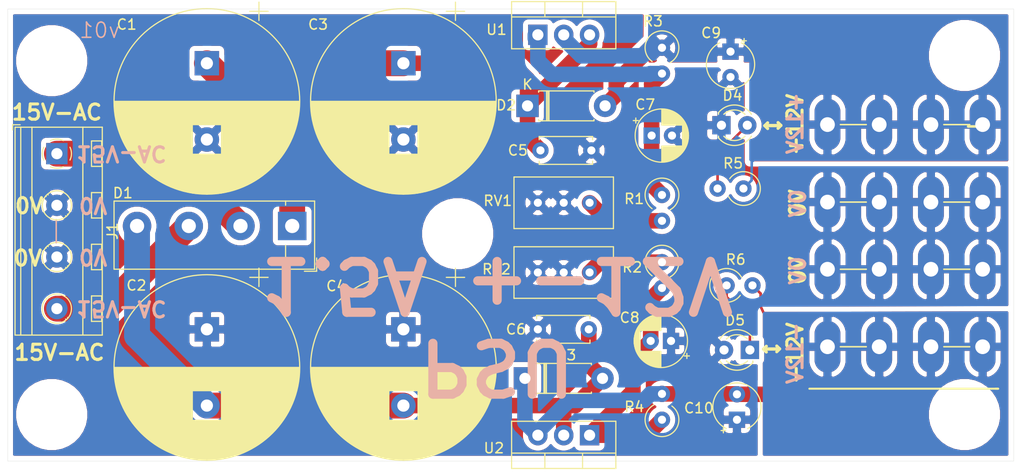
<source format=kicad_pcb>
(kicad_pcb (version 20171130) (host pcbnew "(5.1.4-0-10_14)")
  (title_block (title PSU) (date 2019-08-17) (rev v01) (company Matti))
  (layers (0 F.Cu power) (31 B.Cu power) (34 B.Paste user) (35 F.Paste user) (36 B.SilkS user) (37 F.SilkS user) (38 B.Mask user) (39 F.Mask user) (44 Edge.Cuts user))
  (net 0 "")
  (net 1 /GND)
  (net 2 "Net-(C7-Pad1)")
  (net 3 "Net-(C8-Pad2)")
  (net 4 /+12V)
  (net 5 /-12V)
  (net 6 "Net-(D1-Pad3)")
  (net 7 "Net-(D1-Pad2)")
  (net 8 "Net-(D4-Pad2)")
  (net 9 "Net-(D5-Pad1)")
  (net 10 "Net-(R1-Pad2)")
  (net 11 "Net-(R2-Pad1)")
  (net 12 /+V)
  (net 13 /-V)
  (module Diode_THT:D_DO-41_SOD81_P7.62mm_Horizontal (layer F.Cu) (at 126.238 118.872)
    (fp_text reference D3 (at 4.064 -2.286) (layer F.SilkS))
    (fp_text value 1N4007)
    (pad 2 thru_hole oval (at 7.62 0) (size 2.2 2.2) (drill 1.1) (layers *.Cu *.Mask) (net 13 /-V))
    (pad 1 thru_hole rect (at 0 0) (size 2.2 2.2) (drill 1.1) (layers *.Cu *.Mask) (net 5 /-12V))
  )
  (module Diode_THT:D_DO-41_SOD81_P7.62mm_Horizontal (layer F.Cu) (at 126.492 92.075)
    (fp_text reference D2 (at -2.0955 -0.0635) (layer F.SilkS))
    (fp_text value 1N4007)
    (fp_text user K (at 0 -2.1) (layer F.SilkS))
    (pad 2 thru_hole oval (at 7.62 0) (size 2.2 2.2) (drill 1.1) (layers *.Cu *.Mask) (net 4 /+12V))
    (pad 1 thru_hole rect (at 0 0) (size 2.2 2.2) (drill 1.1) (layers *.Cu *.Mask) (net 12 /+V))
  )
  (module Diode_THT:Diode_Bridge_Vishay_KBL (layer F.Cu) (at 103.378 103.886 180)
    (fp_text reference D1 (at 16.637 3.2385) (layer F.SilkS))
    (fp_text value KBL06-E4/51)
    (pad 1 thru_hole rect (at 0 0 180) (size 2.8 2.8) (drill 1.4) (layers *.Cu *.Mask) (net 12 /+V))
    (pad 2 thru_hole circle (at 5.08 0 180) (size 2.8 2.8) (drill 1.4) (layers *.Cu *.Mask) (net 7 "Net-(D1-Pad2)"))
    (pad 3 thru_hole circle (at 10.16 0 180) (size 2.8 2.8) (drill 1.4) (layers *.Cu *.Mask) (net 6 "Net-(D1-Pad3)"))
    (pad 4 thru_hole circle (at 15.24 0 180) (size 2.8 2.8) (drill 1.4) (layers *.Cu *.Mask) (net 13 /-V))
  )
  (module Potentiometer_THT:Potentiometer_Bourns_3296W_Vertical (layer F.Cu) (at 132.588 108.458)
    (fp_text reference RV2 (at -9.144 -0.3175) (layer F.SilkS))
    (fp_text value 100R)
    (pad 3 thru_hole circle (at -5.08 0) (size 1.44 1.44) (drill 0.8) (layers *.Cu *.Mask) (net 1 /GND))
    (pad 2 thru_hole circle (at -2.54 0) (size 1.44 1.44) (drill 0.8) (layers *.Cu *.Mask) (net 1 /GND))
    (pad 1 thru_hole circle (at 0 0) (size 1.44 1.44) (drill 0.8) (layers *.Cu *.Mask) (net 11 "Net-(R2-Pad1)"))
  )
  (module Connector:FASTON_6.35_mm (layer F.Cu) (at 168.656 101.5365 180)
    (fp_text reference >NAME hide)
    (fp_text value "" (at 0 0 180) (layer F.SilkS) (effects (font (size 1.27 1.27))))
    (pad 2 thru_hole oval (at 2.54 0 180) (size 2.54 5.08) (drill 1.45) (layers *.Cu *.Mask) (net 1 /GND))
    (pad 1 thru_hole oval (at -2.54 0 180) (size 2.54 5.08) (drill 1.45) (layers *.Cu *.Mask) (net 1 /GND))
  )
  (module Connector:FASTON_6.35_mm (layer F.Cu) (at 158.496 101.5365 180)
    (fp_text reference >NAME hide)
    (fp_text value "" (at 0 0 180) (layer F.SilkS) (effects (font (size 1.27 1.27))))
    (pad 2 thru_hole oval (at 2.54 0 180) (size 2.54 5.08) (drill 1.45) (layers *.Cu *.Mask) (net 1 /GND))
    (pad 1 thru_hole oval (at -2.54 0 180) (size 2.54 5.08) (drill 1.45) (layers *.Cu *.Mask) (net 1 /GND))
  )
  (module Connector:FASTON_6.35_mm (layer F.Cu) (at 168.656 108.1405 180)
    (fp_text reference >NAME hide)
    (fp_text value "" (at 0 0 180) (layer F.SilkS) (effects (font (size 1.27 1.27))))
    (pad 2 thru_hole oval (at 2.54 0 180) (size 2.54 5.08) (drill 1.45) (layers *.Cu *.Mask) (net 1 /GND))
    (pad 1 thru_hole oval (at -2.54 0 180) (size 2.54 5.08) (drill 1.45) (layers *.Cu *.Mask) (net 1 /GND))
  )
  (module Connector:FASTON_6.35_mm (layer F.Cu) (at 168.656 115.7605 180)
    (fp_text reference >NAME hide)
    (fp_text value "" (at 0 0 180) (layer F.SilkS) (effects (font (size 1.27 1.27))))
    (pad 2 thru_hole oval (at 2.54 0 180) (size 2.54 5.08) (drill 1.45) (layers *.Cu *.Mask) (net 5 /-12V))
    (pad 1 thru_hole oval (at -2.54 0 180) (size 2.54 5.08) (drill 1.45) (layers *.Cu *.Mask) (net 5 /-12V))
  )
  (module Connector:FASTON_6.35_mm (layer F.Cu) (at 158.496 108.1405 180)
    (fp_text reference >NAME hide)
    (fp_text value "" (at 0 0 180) (layer F.SilkS) (effects (font (size 1.27 1.27))))
    (pad 2 thru_hole oval (at 2.54 0 180) (size 2.54 5.08) (drill 1.45) (layers *.Cu *.Mask) (net 1 /GND))
    (pad 1 thru_hole oval (at -2.54 0 180) (size 2.54 5.08) (drill 1.45) (layers *.Cu *.Mask) (net 1 /GND))
  )
  (module Connector:FASTON_6.35_mm (layer F.Cu) (at 158.496 115.7605 180)
    (fp_text reference >NAME hide)
    (fp_text value "" (at 0 0 180) (layer F.SilkS) (effects (font (size 1.27 1.27))))
    (pad 2 thru_hole oval (at 2.54 0 180) (size 2.54 5.08) (drill 1.45) (layers *.Cu *.Mask) (net 5 /-12V))
    (pad 1 thru_hole oval (at -2.54 0 180) (size 2.54 5.08) (drill 1.45) (layers *.Cu *.Mask) (net 5 /-12V))
  )
  (module Connector:FASTON_6.35_mm (layer F.Cu) (at 168.656 93.9165 180)
    (fp_text reference >NAME hide)
    (fp_text value "" (at 0 0 180) (layer F.SilkS) (effects (font (size 1.27 1.27))))
    (pad 2 thru_hole oval (at 2.54 0 180) (size 2.54 5.08) (drill 1.45) (layers *.Cu *.Mask) (net 4 /+12V))
    (pad 1 thru_hole oval (at -2.54 0 180) (size 2.54 5.08) (drill 1.45) (layers *.Cu *.Mask) (net 4 /+12V))
  )
  (module Connector:FASTON_6.35_mm (layer F.Cu) (at 158.496 93.9165 180)
    (fp_text reference >NAME hide)
    (fp_text value "" (at 0 0 180) (layer F.SilkS) (effects (font (size 1.27 1.27))))
    (pad 2 thru_hole oval (at 2.54 0 180) (size 2.54 5.08) (drill 1.45) (layers *.Cu *.Mask) (net 4 /+12V))
    (pad 1 thru_hole oval (at -2.54 0 180) (size 2.54 5.08) (drill 1.45) (layers *.Cu *.Mask) (net 4 /+12V))
  )
  (module TerminalBlock_RND:TerminalBlock_RND_205-00234_1x04_P5.08mm_Horizontal (layer F.Cu) (at 80.264 96.774 270)
    (fp_text reference J1 (at 7.62 -5.46 270) (layer F.SilkS))
    (fp_text value Screw_Terminal_01x04)
    (pad 4 thru_hole circle (at 15.24 0 270) (size 2.1 2.1) (drill 1.1) (layers *.Cu *.Mask) (net 6 "Net-(D1-Pad3)"))
    (pad 3 thru_hole circle (at 10.16 0 270) (size 2.1 2.1) (drill 1.1) (layers *.Cu *.Mask) (net 1 /GND))
    (pad 2 thru_hole circle (at 5.08 0 270) (size 2.1 2.1) (drill 1.1) (layers *.Cu *.Mask) (net 1 /GND))
    (pad 1 thru_hole rect (at 0 0 270) (size 2.1 2.1) (drill 1.1) (layers *.Cu *.Mask) (net 7 "Net-(D1-Pad2)"))
  )
  (module Resistor_THT:R_Axial_DIN0309_L9.0mm_D3.2mm_P2.54mm_Vertical (layer F.Cu) (at 147.701 100.203 180)
    (fp_text reference R5 (at 1.016 2.4765 180) (layer F.SilkS))
    (fp_text value 2K)
    (pad 2 thru_hole oval (at 2.54 0 180) (size 1.6 1.6) (drill 0.8) (layers *.Cu *.Mask) (net 8 "Net-(D4-Pad2)"))
    (pad 1 thru_hole circle (at 0 0 180) (size 1.6 1.6) (drill 0.8) (layers *.Cu *.Mask) (net 4 /+12V))
  )
  (module Resistor_THT:R_Axial_DIN0309_L9.0mm_D3.2mm_P2.54mm_Vertical (layer F.Cu) (at 139.7 100.838 270)
    (fp_text reference R1 (at 0.381 2.7305) (layer F.SilkS))
    (fp_text value 2K)
    (pad 2 thru_hole oval (at 2.54 0 270) (size 1.6 1.6) (drill 0.8) (layers *.Cu *.Mask) (net 10 "Net-(R1-Pad2)"))
    (pad 1 thru_hole circle (at 0 0 270) (size 1.6 1.6) (drill 0.8) (layers *.Cu *.Mask) (net 2 "Net-(C7-Pad1)"))
  )
  (module Resistor_THT:R_Axial_DIN0309_L9.0mm_D3.2mm_P2.54mm_Vertical (layer F.Cu) (at 139.7 107.442 270)
    (fp_text reference R2 (at 0.508 2.921) (layer F.SilkS))
    (fp_text value 2K)
    (pad 2 thru_hole oval (at 2.54 0 270) (size 1.6 1.6) (drill 0.8) (layers *.Cu *.Mask) (net 3 "Net-(C8-Pad2)"))
    (pad 1 thru_hole circle (at 0 0 270) (size 1.6 1.6) (drill 0.8) (layers *.Cu *.Mask) (net 11 "Net-(R2-Pad1)"))
  )
  (module Resistor_THT:R_Axial_DIN0309_L9.0mm_D3.2mm_P2.54mm_Vertical (layer F.Cu) (at 146.05 109.728)
    (fp_text reference R6 (at 0.889 -2.54) (layer F.SilkS))
    (fp_text value 2K)
    (pad 2 thru_hole oval (at 2.54 0) (size 1.6 1.6) (drill 0.8) (layers *.Cu *.Mask) (net 5 /-12V))
    (pad 1 thru_hole circle (at 0 0) (size 1.6 1.6) (drill 0.8) (layers *.Cu *.Mask) (net 9 "Net-(D5-Pad1)"))
  )
  (module Resistor_THT:R_Axial_DIN0309_L9.0mm_D3.2mm_P2.54mm_Vertical (layer F.Cu) (at 139.7 86.36 270)
    (fp_text reference R3 (at -2.6035 0.889) (layer F.SilkS))
    (fp_text value 240R)
    (pad 2 thru_hole oval (at 2.54 0 270) (size 1.6 1.6) (drill 0.8) (layers *.Cu *.Mask) (net 2 "Net-(C7-Pad1)"))
    (pad 1 thru_hole circle (at 0 0 270) (size 1.6 1.6) (drill 0.8) (layers *.Cu *.Mask) (net 4 /+12V))
  )
  (module Resistor_THT:R_Axial_DIN0309_L9.0mm_D3.2mm_P2.54mm_Vertical (layer F.Cu) (at 139.7 122.936 90)
    (fp_text reference R4 (at 1.27 -2.72 180) (layer F.SilkS))
    (fp_text value 240R)
    (pad 2 thru_hole oval (at 2.54 0 90) (size 1.6 1.6) (drill 0.8) (layers *.Cu *.Mask) (net 5 /-12V))
    (pad 1 thru_hole circle (at 0 0 90) (size 1.6 1.6) (drill 0.8) (layers *.Cu *.Mask) (net 3 "Net-(C8-Pad2)"))
  )
  (module MountingHole:MountingHole_3mm (layer F.Cu) (at 169.418 87.122)
    (fp_text reference REF** hide)
    (fp_text value MountingHole_3mm)
    (pad 1 np_thru_hole circle (at 0 0) (size 3 3) (drill 3) (layers *.Cu *.Mask))
  )
  (module MountingHole:MountingHole_3mm (layer F.Cu) (at 169.418 122.428)
    (fp_text reference REF** hide)
    (fp_text value MountingHole_3mm)
    (pad 1 np_thru_hole circle (at 0 0) (size 3 3) (drill 3) (layers *.Cu *.Mask))
  )
  (module MountingHole:MountingHole_3mm (layer F.Cu) (at 119.634 104.648)
    (fp_text reference REF** hide)
    (fp_text value MountingHole_3mm)
    (pad 1 np_thru_hole circle (at 0 0) (size 3 3) (drill 3) (layers *.Cu *.Mask))
  )
  (module MountingHole:MountingHole_3mm (layer F.Cu) (at 79.756 87.63)
    (fp_text reference REF** hide)
    (fp_text value MountingHole_3mm)
    (pad "" np_thru_hole circle (at 0 0) (size 3 3) (drill 3) (layers *.Cu *.Mask))
  )
  (module Capacitor_THT:CP_Radial_D18.0mm_P7.50mm (layer F.Cu) (at 94.996 87.884 270)
    (fp_text reference C1 (at -3.81 7.874) (layer F.SilkS))
    (fp_text value "4700uF 35V")
    (pad 1 thru_hole rect (at 0 0 270) (size 2.4 2.4) (drill 1.2) (layers *.Cu *.Mask) (net 12 /+V))
    (pad 2 thru_hole circle (at 7.5 0 270) (size 2.4 2.4) (drill 1.2) (layers *.Cu *.Mask) (net 1 /GND))
  )
  (module Capacitor_THT:CP_Radial_D18.0mm_P7.50mm (layer F.Cu) (at 94.996 114.046 270)
    (fp_text reference C2 (at -4.318 6.9215) (layer F.SilkS))
    (fp_text value "4700uF 35V")
    (pad 1 thru_hole rect (at 0 0 270) (size 2.4 2.4) (drill 1.2) (layers *.Cu *.Mask) (net 1 /GND))
    (pad 2 thru_hole circle (at 7.5 0 270) (size 2.4 2.4) (drill 1.2) (layers *.Cu *.Mask) (net 13 /-V))
  )
  (module Capacitor_THT:CP_Radial_D18.0mm_P7.50mm (layer F.Cu) (at 114.3 87.884 270)
    (fp_text reference C3 (at -3.81 8.382) (layer F.SilkS))
    (fp_text value "4700uF 35V")
    (pad 2 thru_hole circle (at 7.5 0 270) (size 2.4 2.4) (drill 1.2) (layers *.Cu *.Mask) (net 1 /GND))
    (pad 1 thru_hole rect (at 0 0 270) (size 2.4 2.4) (drill 1.2) (layers *.Cu *.Mask) (net 12 /+V))
  )
  (module Capacitor_THT:CP_Radial_D18.0mm_P7.50mm (layer F.Cu) (at 114.3 114.046 270)
    (fp_text reference C4 (at -4.2545 6.604) (layer F.SilkS))
    (fp_text value "4700uF 35V")
    (pad 2 thru_hole circle (at 7.5 0 270) (size 2.4 2.4) (drill 1.2) (layers *.Cu *.Mask) (net 13 /-V))
    (pad 1 thru_hole rect (at 0 0 270) (size 2.4 2.4) (drill 1.2) (layers *.Cu *.Mask) (net 1 /GND))
  )
  (module Capacitor_THT:C_Disc_D5.0mm_W2.5mm_P5.00mm (layer F.Cu) (at 127.762 96.4565)
    (fp_text reference C5 (at -2.2225 0) (layer F.SilkS))
    (fp_text value 100nF)
    (pad 1 thru_hole circle (at 0 0) (size 1.6 1.6) (drill 0.8) (layers *.Cu *.Mask) (net 12 /+V))
    (pad 2 thru_hole circle (at 5 0) (size 1.6 1.6) (drill 0.8) (layers *.Cu *.Mask) (net 1 /GND))
  )
  (module Capacitor_THT:C_Disc_D5.0mm_W2.5mm_P5.00mm (layer F.Cu) (at 127.508 114.046)
    (fp_text reference C6 (at -2.159 0) (layer F.SilkS))
    (fp_text value 100nF)
    (pad 2 thru_hole circle (at 5 0) (size 1.6 1.6) (drill 0.8) (layers *.Cu *.Mask) (net 13 /-V))
    (pad 1 thru_hole circle (at 0 0) (size 1.6 1.6) (drill 0.8) (layers *.Cu *.Mask) (net 1 /GND))
  )
  (module Capacitor_THT:CP_Radial_D5.0mm_P2.00mm (layer F.Cu) (at 138.684 94.996)
    (fp_text reference C7 (at -0.635 -3.048) (layer F.SilkS))
    (fp_text value "10uF 25V")
    (pad 2 thru_hole circle (at 2 0) (size 1.6 1.6) (drill 0.8) (layers *.Cu *.Mask) (net 1 /GND))
    (pad 1 thru_hole rect (at 0 0) (size 1.6 1.6) (drill 0.8) (layers *.Cu *.Mask) (net 2 "Net-(C7-Pad1)"))
  )
  (module Capacitor_THT:CP_Radial_D5.0mm_P2.00mm (layer F.Cu) (at 140.589 115.189 180)
    (fp_text reference C8 (at 4.064 2.286 180) (layer F.SilkS))
    (fp_text value "10uF 25V")
    (pad 1 thru_hole rect (at 0 0 180) (size 1.6 1.6) (drill 0.8) (layers *.Cu *.Mask) (net 1 /GND))
    (pad 2 thru_hole circle (at 2 0 180) (size 1.6 1.6) (drill 0.8) (layers *.Cu *.Mask) (net 3 "Net-(C8-Pad2)"))
  )
  (module Capacitor_THT:CP_Radial_Tantal_D4.5mm_P2.50mm (layer F.Cu) (at 146.431 86.741 270)
    (fp_text reference C9 (at -1.8415 1.905) (layer F.SilkS))
    (fp_text value "1uF Tantal")
    (pad 1 thru_hole rect (at 0 0 270) (size 1.6 1.6) (drill 0.8) (layers *.Cu *.Mask) (net 4 /+12V))
    (pad 2 thru_hole circle (at 2.5 0 270) (size 1.6 1.6) (drill 0.8) (layers *.Cu *.Mask) (net 1 /GND))
  )
  (module Capacitor_THT:CP_Radial_Tantal_D4.5mm_P2.50mm (layer F.Cu) (at 147.066 122.936 90)
    (fp_text reference C10 (at 1.143 -3.7465 180) (layer F.SilkS))
    (fp_text value "1uF Tantal")
    (pad 2 thru_hole circle (at 2.5 0 90) (size 1.6 1.6) (drill 0.8) (layers *.Cu *.Mask) (net 5 /-12V))
    (pad 1 thru_hole rect (at 0 0 90) (size 1.6 1.6) (drill 0.8) (layers *.Cu *.Mask) (net 1 /GND))
  )
  (module LED_THT:LED_D3.0mm (layer F.Cu) (at 145.542 93.98)
    (fp_text reference D4 (at 1.0795 -2.921) (layer F.SilkS))
    (fp_text value "Red 3mm")
    (pad 1 thru_hole rect (at 0 0) (size 1.8 1.8) (drill 0.9) (layers *.Cu *.Mask) (net 1 /GND))
    (pad 2 thru_hole circle (at 2.54 0) (size 1.8 1.8) (drill 0.9) (layers *.Cu *.Mask) (net 8 "Net-(D4-Pad2)"))
  )
  (module LED_THT:LED_D3.0mm (layer F.Cu) (at 148.336 116.078 180)
    (fp_text reference D5 (at 1.4605 2.921 180) (layer F.SilkS))
    (fp_text value "Red 3mm")
    (pad 1 thru_hole rect (at 0 0 180) (size 1.8 1.8) (drill 0.9) (layers *.Cu *.Mask) (net 9 "Net-(D5-Pad1)"))
    (pad 2 thru_hole circle (at 2.54 0 180) (size 1.8 1.8) (drill 0.9) (layers *.Cu *.Mask) (net 1 /GND))
  )
  (module Potentiometer_THT:Potentiometer_Bourns_3296W_Vertical (layer F.Cu) (at 132.588 101.6)
    (fp_text reference RV1 (at -9.017 -0.1905) (layer F.SilkS))
    (fp_text value 100R)
    (pad 1 thru_hole circle (at 0 0) (size 1.44 1.44) (drill 0.8) (layers *.Cu *.Mask) (net 10 "Net-(R1-Pad2)"))
    (pad 2 thru_hole circle (at -2.54 0) (size 1.44 1.44) (drill 0.8) (layers *.Cu *.Mask) (net 1 /GND))
    (pad 3 thru_hole circle (at -5.08 0) (size 1.44 1.44) (drill 0.8) (layers *.Cu *.Mask) (net 1 /GND))
  )
  (module Package_TO_SOT_THT:TO-220-3_Vertical (layer F.Cu) (at 127.508 85.09)
    (fp_text reference U1 (at -4.064 -0.508) (layer F.SilkS))
    (fp_text value LM317_3PinPackage)
    (pad 1 thru_hole rect (at 0 0) (size 1.905 2) (drill 1.1) (layers *.Cu *.Mask) (net 2 "Net-(C7-Pad1)"))
    (pad 2 thru_hole oval (at 2.54 0) (size 1.905 2) (drill 1.1) (layers *.Cu *.Mask) (net 4 /+12V))
    (pad 3 thru_hole oval (at 5.08 0) (size 1.905 2) (drill 1.1) (layers *.Cu *.Mask) (net 12 /+V))
  )
  (module Package_TO_SOT_THT:TO-220-3_Vertical (layer F.Cu) (at 132.588 124.46 180)
    (fp_text reference U2 (at 9.398 -1.27 180) (layer F.SilkS))
    (fp_text value LM337_TO220)
    (pad 3 thru_hole oval (at 5.08 0 180) (size 1.905 2) (drill 1.1) (layers *.Cu *.Mask) (net 5 /-12V))
    (pad 2 thru_hole oval (at 2.54 0 180) (size 1.905 2) (drill 1.1) (layers *.Cu *.Mask) (net 13 /-V))
    (pad 1 thru_hole rect (at 0 0 180) (size 1.905 2) (drill 1.1) (layers *.Cu *.Mask) (net 3 "Net-(C8-Pad2)"))
  )
  (module MountingHole:MountingHole_3mm (layer F.Cu) (at 79.756 122.428)
    (fp_text reference REF** hide)
    (fp_text value MountingHole_3mm)
    (pad 1 np_thru_hole circle (at 0 0) (size 3 3) (drill 3) (layers *.Cu *.Mask))
  )
  (gr_line (start 80.2005 103.378) (end 80.2005 105.537) (layer B.SilkS) (width 0.15))
  (gr_line (start 80.2005 103.251) (end 80.2005 105.41) (layer F.SilkS) (width 0.15))
  (gr_text 0V (at 77.4065 107.061) (layer F.SilkS) (effects (font (size 1.5 1.5) (thickness 0.3))))
  (gr_text 0V (at 77.5335 101.9175) (layer F.SilkS) (effects (font (size 1.5 1.5) (thickness 0.3))))
  (gr_text v01 (at 84.455 84.6455) (layer B.SilkS) (effects (font (size 1.5 1.5)) (justify mirror)))
  (gr_text ← (at 150.241 115.8875) (layer F.SilkS) (effects (font (size 1.5 1.5) (thickness 0.3))))
  (gr_text ← (at 150.6855 116.078 180) (layer F.SilkS) (effects (font (size 1.5 1.5) (thickness 0.3))))
  (gr_text ← (at 150.8125 94.107 180) (layer F.SilkS) (effects (font (size 1.5 1.5) (thickness 0.3))))
  (gr_text ← (at 150.368 93.9165) (layer F.SilkS) (effects (font (size 1.5 1.5) (thickness 0.3))))
  (gr_text —> (at 170.815 93.98) (layer F.SilkS) (effects (font (size 1 1) (thickness 0.25))))
  (gr_text +12V (at 152.781 93.7895 90) (layer B.SilkS) (effects (font (size 1.5 1.5) (thickness 0.3)) (justify mirror)))
  (gr_text 0V (at 153.035 101.6635 90) (layer B.SilkS) (effects (font (size 1.5 1.5) (thickness 0.3)) (justify mirror)))
  (gr_text 0V (at 153.035 108.2675 90) (layer B.SilkS) (effects (font (size 1.5 1.5) (thickness 0.3)) (justify mirror)))
  (gr_text -12V (at 152.781 116.3955 90) (layer B.SilkS) (effects (font (size 1.5 1.5) (thickness 0.3)) (justify mirror)))
  (gr_text 0V (at 153.035 101.6635 90) (layer F.SilkS) (effects (font (size 1.5 1.5) (thickness 0.3))))
  (gr_text 0V (at 153.035 108.2675 90) (layer F.SilkS) (effects (font (size 1.5 1.5) (thickness 0.3))))
  (gr_text +12V (at 152.781 93.9165 90) (layer F.SilkS) (effects (font (size 1.5 1.5) (thickness 0.3))))
  (gr_text -12V (at 152.781 116.3955 90) (layer F.SilkS) (effects (font (size 1.5 1.5) (thickness 0.3))))
  (gr_line (start 172.72 119.888) (end 172.466 119.888) (layer F.SilkS) (width 0.2))
  (gr_line (start 154.178 119.888) (end 172.72 119.888) (layer F.SilkS) (width 0.2))
  (gr_text 15V-AC (at 86.614 112.014 180) (layer B.SilkS) (effects (font (size 1.5 1.5) (thickness 0.3)) (justify mirror)))
  (gr_text 15V-AC (at 86.614 96.774 180) (layer B.SilkS) (effects (font (size 1.5 1.5) (thickness 0.3)) (justify mirror)))
  (gr_text 0V (at 83.82 106.934 180) (layer B.SilkS) (effects (font (size 1.5 1.5) (thickness 0.3)) (justify mirror)))
  (gr_text "PSU\n1.5A +-12V" (at 123.5075 113.665 180) (layer B.SilkS) (effects (font (size 5 5) (thickness 0.9)) (justify mirror)))
  (gr_text 15V-AC (at 80.518 116.332) (layer F.SilkS) (effects (font (size 1.5 1.5) (thickness 0.3))))
  (gr_text 0V (at 83.82 101.854 180) (layer B.SilkS) (effects (font (size 1.5 1.5) (thickness 0.3)) (justify mirror)))
  (gr_text 15V-AC (at 80.264 92.71) (layer F.SilkS) (effects (font (size 1.5 1.5) (thickness 0.3))))
  (gr_line (start 174.244 82.55) (end 75.438 82.55) (layer Edge.Cuts) (width 0.0254))
  (gr_line (start 174.244 127) (end 174.244 82.55) (layer Edge.Cuts) (width 0.0254))
  (gr_line (start 75.438 127) (end 174.244 127) (layer Edge.Cuts) (width 0.0254))
  (gr_line (start 75.438 82.55) (end 75.438 127) (layer Edge.Cuts) (width 0.0254))
  (segment (start 127.254 85.09) (end 127.254 85.446447) (width 1.524) (layer B.Cu) (net 2))
  (segment (start 138.684 89.916) (end 138.684 94.996) (width 1.524) (layer F.Cu) (net 2))
  (segment (start 139.7 88.9) (end 138.684 89.916) (width 1.524) (layer F.Cu) (net 2))
  (segment (start 138.684 99.822) (end 139.7 100.838) (width 1.524) (layer F.Cu) (net 2))
  (segment (start 138.684 94.996) (end 138.684 99.822) (width 1.524) (layer F.Cu) (net 2))
  (segment (start 138.49261 88.97602) (end 138.56863 88.9) (width 1.524) (layer B.Cu) (net 2))
  (segment (start 138.56863 88.9) (end 139.7 88.9) (width 1.524) (layer B.Cu) (net 2))
  (segment (start 128.87002 88.97602) (end 138.49261 88.97602) (width 1.524) (layer B.Cu) (net 2))
  (segment (start 127.508 87.614) (end 128.87002 88.97602) (width 1.524) (layer B.Cu) (net 2))
  (segment (start 127.508 85.09) (end 127.508 87.614) (width 1.524) (layer B.Cu) (net 2))
  (segment (start 138.176 124.46) (end 139.7 122.936) (width 1.524) (layer F.Cu) (net 3))
  (segment (start 132.588 124.46) (end 138.176 124.46) (width 1.524) (layer F.Cu) (net 3))
  (segment (start 132.588 124.4125) (end 136.8425 120.158) (width 1.524) (layer F.Cu) (net 3))
  (segment (start 132.588 124.46) (end 132.588 124.4125) (width 1.524) (layer F.Cu) (net 3))
  (segment (start 136.8425 116.9355) (end 138.589 115.189) (width 1.524) (layer F.Cu) (net 3))
  (segment (start 136.8425 120.158) (end 136.8425 116.9355) (width 1.524) (layer F.Cu) (net 3))
  (segment (start 138.589 111.093) (end 139.7 109.982) (width 1.524) (layer F.Cu) (net 3))
  (segment (start 138.589 115.189) (end 138.589 111.093) (width 1.524) (layer F.Cu) (net 3))
  (segment (start 138.56863 86.36) (end 139.7 86.36) (width 1.524) (layer B.Cu) (net 4))
  (segment (start 137.77662 87.15201) (end 138.56863 86.36) (width 1.524) (layer B.Cu) (net 4))
  (segment (start 130.048 85.446447) (end 131.753563 87.15201) (width 1.524) (layer B.Cu) (net 4))
  (segment (start 130.048 85.09) (end 130.048 85.446447) (width 1.524) (layer B.Cu) (net 4))
  (segment (start 138.56863 86.36) (end 139.7 86.36) (width 1.524) (layer F.Cu) (net 4))
  (segment (start 135.211999 90.975001) (end 135.211999 89.716631) (width 1.524) (layer F.Cu) (net 4))
  (segment (start 135.211999 89.716631) (end 138.56863 86.36) (width 1.524) (layer F.Cu) (net 4))
  (segment (start 134.112 92.075) (end 135.211999 90.975001) (width 1.524) (layer F.Cu) (net 4))
  (segment (start 131.753563 87.15201) (end 137.77662 87.15201) (width 1.524) (layer B.Cu) (net 4))
  (segment (start 148.5265 97.0915) (end 148.6535 97.4725) (width 0.254) (layer B.Cu) (net 4))
  (segment (start 148.500999 99.403001) (end 148.5265 97.0915) (width 0.254) (layer B.Cu) (net 4))
  (segment (start 147.701 100.203) (end 148.500999 99.403001) (width 0.254) (layer B.Cu) (net 4))
  (segment (start 147.026 120.396) (end 147.066 120.436) (width 1.524) (layer F.Cu) (net 5))
  (segment (start 139.7 120.396) (end 147.026 120.396) (width 1.524) (layer F.Cu) (net 5))
  (segment (start 126.238 123.19) (end 127.508 124.46) (width 1.524) (layer B.Cu) (net 5))
  (segment (start 126.238 118.872) (end 126.238 123.19) (width 1.524) (layer B.Cu) (net 5))
  (segment (start 138.56863 120.396) (end 139.7 120.396) (width 1.524) (layer B.Cu) (net 5))
  (segment (start 130.577552 121.034001) (end 137.930629 121.034001) (width 1.524) (layer B.Cu) (net 5))
  (segment (start 137.930629 121.034001) (end 138.56863 120.396) (width 1.524) (layer B.Cu) (net 5))
  (segment (start 127.508 124.103553) (end 130.577552 121.034001) (width 1.524) (layer B.Cu) (net 5))
  (segment (start 127.508 124.46) (end 127.508 124.103553) (width 1.524) (layer B.Cu) (net 5))
  (segment (start 147.066 120.436) (end 150.201 120.436) (width 1.524) (layer F.Cu) (net 5))
  (segment (start 149.389999 111.797999) (end 149.6695 112.395) (width 0.254) (layer F.Cu) (net 5))
  (segment (start 149.389999 110.527999) (end 149.389999 111.797999) (width 0.254) (layer F.Cu) (net 5))
  (segment (start 148.59 109.728) (end 149.389999 110.527999) (width 0.254) (layer F.Cu) (net 5))
  (segment (start 85.09 112.014) (end 93.218 103.886) (width 2.54) (layer F.Cu) (net 6))
  (segment (start 80.264 112.014) (end 85.09 112.014) (width 2.54) (layer F.Cu) (net 6))
  (segment (start 80.264 96.774) (end 84.074 96.774) (width 2.54) (layer F.Cu) (net 7))
  (segment (start 84.074 96.774) (end 85.852 98.552) (width 2.54) (layer F.Cu) (net 7))
  (segment (start 92.964 98.552) (end 98.298 103.886) (width 2.54) (layer F.Cu) (net 7))
  (segment (start 85.852 98.552) (end 92.964 98.552) (width 2.54) (layer F.Cu) (net 7))
  (segment (start 145.161 96.901) (end 145.161 100.203) (width 0.254) (layer F.Cu) (net 8))
  (segment (start 148.082 93.98) (end 145.161 96.901) (width 0.254) (layer F.Cu) (net 8))
  (segment (start 146.05 110.85937) (end 148.336 113.14537) (width 0.254) (layer F.Cu) (net 9))
  (segment (start 146.05 109.728) (end 146.05 110.85937) (width 0.254) (layer F.Cu) (net 9))
  (segment (start 148.336 113.14537) (end 148.336 116.078) (width 0.254) (layer F.Cu) (net 9))
  (segment (start 134.366 103.378) (end 139.7 103.378) (width 1.524) (layer F.Cu) (net 10))
  (segment (start 132.588 101.6) (end 134.366 103.378) (width 1.524) (layer F.Cu) (net 10))
  (segment (start 133.604 107.442) (end 139.7 107.442) (width 1.524) (layer F.Cu) (net 11))
  (segment (start 132.588 108.458) (end 133.604 107.442) (width 1.524) (layer F.Cu) (net 11))
  (segment (start 103.378 96.266) (end 94.996 87.884) (width 2.54) (layer F.Cu) (net 12))
  (segment (start 103.378 103.886) (end 103.378 96.266) (width 2.54) (layer F.Cu) (net 12))
  (segment (start 110.56 87.884) (end 114.3 87.884) (width 2.54) (layer F.Cu) (net 12))
  (segment (start 103.378 95.066) (end 110.56 87.884) (width 2.54) (layer F.Cu) (net 12))
  (segment (start 103.378 96.266) (end 103.378 95.066) (width 2.54) (layer F.Cu) (net 12))
  (segment (start 126.492 89.451) (end 126.492 92.075) (width 1.524) (layer F.Cu) (net 12))
  (segment (start 124.925 87.884) (end 126.492 89.451) (width 1.524) (layer F.Cu) (net 12))
  (segment (start 114.3 87.884) (end 124.925 87.884) (width 1.524) (layer F.Cu) (net 12))
  (segment (start 132.588 85.979) (end 132.588 85.09) (width 1.524) (layer F.Cu) (net 12))
  (segment (start 126.492 92.075) (end 132.588 85.979) (width 1.524) (layer F.Cu) (net 12))
  (segment (start 126.492 95.1865) (end 127.762 96.4565) (width 1.524) (layer F.Cu) (net 12))
  (segment (start 126.492 92.075) (end 126.492 95.1865) (width 1.524) (layer F.Cu) (net 12))
  (segment (start 94.996 121.546) (end 114.3 121.546) (width 2.54) (layer F.Cu) (net 13))
  (segment (start 88.138 114.688) (end 94.996 121.546) (width 2.54) (layer B.Cu) (net 13))
  (segment (start 88.138 103.886) (end 88.138 114.688) (width 2.54) (layer B.Cu) (net 13))
  (segment (start 130.048 121.936) (end 130.048 124.46) (width 1.524) (layer F.Cu) (net 13))
  (segment (start 129.658 121.546) (end 130.048 121.936) (width 1.524) (layer F.Cu) (net 13))
  (segment (start 114.3 121.546) (end 129.658 121.546) (width 1.524) (layer F.Cu) (net 13))
  (segment (start 131.184 121.546) (end 129.658 121.546) (width 1.524) (layer F.Cu) (net 13))
  (segment (start 133.858 118.872) (end 131.184 121.546) (width 1.524) (layer F.Cu) (net 13))
  (segment (start 132.508 117.522) (end 133.858 118.872) (width 1.524) (layer F.Cu) (net 13))
  (segment (start 132.508 114.046) (end 132.508 117.522) (width 1.524) (layer F.Cu) (net 13))
  (zone (net 1) (net_name /GND) (layer F.Cu) (priority 1) (connect_pads (clearance 0.508)) (min_thickness 0.254) (fill yes (arc_segments 16) (thermal_gap 0.508) (thermal_bridge_width 0.8))
    (polygon (pts (xy 74.676 81.788) (xy 74.676 127.762) (xy 174.752 127.508) (xy 174.752 82.042)))
  )
  (zone (net 1) (net_name /GND) (layer B.Cu) (connect_pads (clearance 0.508)) (min_thickness 0.254) (fill yes (arc_segments 16) (thermal_gap 0.508) (thermal_bridge_width 0.8))
    (polygon (pts (xy 74.676 81.788) (xy 74.676 127.762) (xy 174.498 127.508) (xy 174.752 82.042)))
  )
  (zone (net 5) (net_name /-12V) (layer F.Cu) (priority 2) (connect_pads (clearance 0.508)) (min_thickness 0.254) (fill yes (arc_segments 16) (thermal_gap 0.508) (thermal_bridge_width 0.8))
    (polygon (pts (xy 149.606 112.3315) (xy 149.606 128.2065) (xy 175.26 128.016) (xy 175.26 112.268)))
  )
  (zone (net 4) (net_name /+12V) (layer F.Cu) (priority 2) (connect_pads (clearance 0.508)) (min_thickness 0.254) (fill yes (arc_segments 16) (thermal_gap 0.508) (thermal_bridge_width 0.8))
    (polygon (pts (xy 148.336 87.8205) (xy 148.336 97.536) (xy 175.26 97.536) (xy 174.752 81.788) (xy 138.43 81.8515) (xy 138.3665 87.8205)))
  )
  (zone (net 5) (net_name /-12V) (layer B.Cu) (priority 2) (connect_pads (clearance 0.508)) (min_thickness 0.254) (fill yes (arc_segments 16) (thermal_gap 0.508) (thermal_bridge_width 0.8))
    (polygon (pts (xy 149.606 112.3315) (xy 149.606 128.2065) (xy 175.26 128.016) (xy 175.26 112.268)))
  )
  (zone (net 4) (net_name /+12V) (layer B.Cu) (priority 2) (connect_pads (clearance 0.508)) (min_thickness 0.254) (fill yes (arc_segments 16) (thermal_gap 0.508) (thermal_bridge_width 0.8))
    (polygon (pts (xy 148.274636 87.785194) (xy 148.274636 97.500694) (xy 175.198636 97.500694) (xy 174.690636 81.752694) (xy 138.368636 81.816194) (xy 138.305136 87.785194)))
  )
)
</source>
